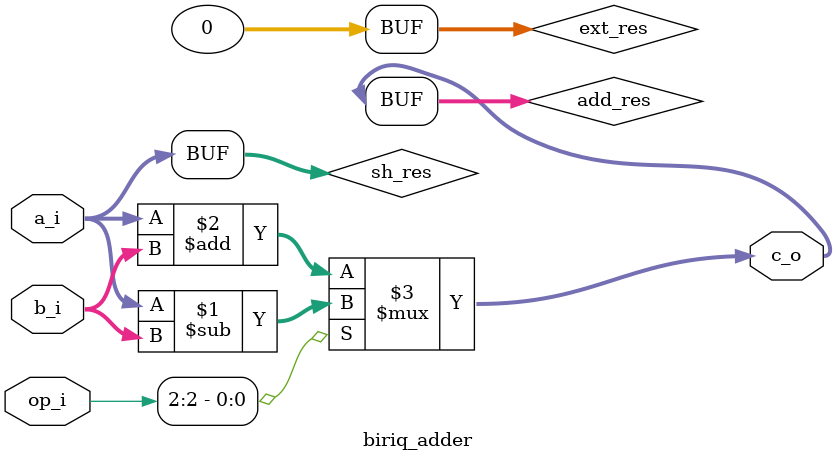
<source format=sv>

/*

op == 4'b0000: add
op == 4'b0001: sh1add
op == 4'b0010: sh2add
op == 4'b0011: sh3add
op == 4'b0100: sub
op == 4'b0101:
op == 4'b1000: sext.b
op == 4'b1001: sext.h
op == 4'b1010: zext.h
op == 4'b1011: Undefined
*/
module biriq_adder #(
    parameter C_HAS_ZBA_EXTENSION = 0,
    parameter C_HAS_ZBB_EXTENSION = 0
) (
    input  wire logic [31:0] a_i,   //! rs1
    input  wire logic [31:0] b_i,   //! rs2 or imm
    // verilator lint_off UNUSED
    input  wire logic [ 3:0] op_i,  //! operation to be performed
    // verilator lint_on UNUSED
    output wire logic [31:0] c_o    //! result
);
  wire [31:0] add_res;  //! result of add
  // verilator lint_off UNUSED
  wire [31:0] ext_res;  //! result of extension
  // verilator lint_on UNUSED
  wire [31:0] sh_res;  //! result of pre-shift
  generate
    if (C_HAS_ZBB_EXTENSION) begin : g_zbb
      assign ext_res = op_i[1:0] == 2'b00 ? {{24{a_i[7]}}, a_i[7:0]} : op_i[1:0] == 2'b01 ? {{16{a_i[15]}}, a_i[15:0]} : op_i[1:0] == 2'b10 ? {16'h0000, a_i[15:0]} : 32'h00000000;
    end else begin : g_nzbb
      assign ext_res = 32'd0;
    end
  endgenerate
  generate
    if (C_HAS_ZBA_EXTENSION) begin : g_zba
      assign sh_res = a_i << op_i[1:0];
    end else begin : g_nzba
      assign sh_res = a_i;
    end
  endgenerate
  assign add_res = op_i[2] ? sh_res - b_i : sh_res + b_i;
  generate
    if (C_HAS_ZBB_EXTENSION) begin : g_zbb_res
      assign c_o = op_i[3] == 1'b0 ? add_res : ext_res;
    end else begin : g_nzbb_res
      assign c_o = add_res;
    end
  endgenerate
endmodule

</source>
